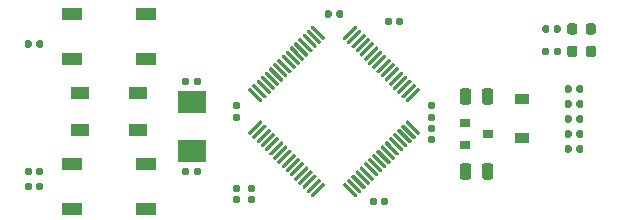
<source format=gbr>
%TF.GenerationSoftware,KiCad,Pcbnew,5.1.6+dfsg1-1*%
%TF.CreationDate,2020-08-04T18:23:15+08:00*%
%TF.ProjectId,stm32dev,73746d33-3264-4657-962e-6b696361645f,b*%
%TF.SameCoordinates,Original*%
%TF.FileFunction,Paste,Top*%
%TF.FilePolarity,Positive*%
%FSLAX46Y46*%
G04 Gerber Fmt 4.6, Leading zero omitted, Abs format (unit mm)*
G04 Created by KiCad (PCBNEW 5.1.6+dfsg1-1) date 2020-08-04 18:23:15*
%MOMM*%
%LPD*%
G01*
G04 APERTURE LIST*
%ADD10R,1.700000X1.000000*%
%ADD11R,1.200000X0.900000*%
%ADD12R,2.400000X1.900000*%
%ADD13R,0.900000X0.800000*%
%ADD14R,1.500000X1.000000*%
G04 APERTURE END LIST*
%TO.C,C9*%
G36*
G01*
X143337500Y-104965000D02*
X143682500Y-104965000D01*
G75*
G02*
X143830000Y-105112500I0J-147500D01*
G01*
X143830000Y-105407500D01*
G75*
G02*
X143682500Y-105555000I-147500J0D01*
G01*
X143337500Y-105555000D01*
G75*
G02*
X143190000Y-105407500I0J147500D01*
G01*
X143190000Y-105112500D01*
G75*
G02*
X143337500Y-104965000I147500J0D01*
G01*
G37*
G36*
G01*
X143337500Y-103995000D02*
X143682500Y-103995000D01*
G75*
G02*
X143830000Y-104142500I0J-147500D01*
G01*
X143830000Y-104437500D01*
G75*
G02*
X143682500Y-104585000I-147500J0D01*
G01*
X143337500Y-104585000D01*
G75*
G02*
X143190000Y-104437500I0J147500D01*
G01*
X143190000Y-104142500D01*
G75*
G02*
X143337500Y-103995000I147500J0D01*
G01*
G37*
%TD*%
D10*
%TO.C,SW2*%
X129565000Y-89540000D03*
X135865000Y-89540000D03*
X129565000Y-93340000D03*
X135865000Y-93340000D03*
%TD*%
%TO.C,SW1*%
X129565000Y-102240000D03*
X135865000Y-102240000D03*
X129565000Y-106040000D03*
X135865000Y-106040000D03*
%TD*%
%TO.C,R8*%
G36*
G01*
X172275000Y-96057500D02*
X172275000Y-95712500D01*
G75*
G02*
X172422500Y-95565000I147500J0D01*
G01*
X172717500Y-95565000D01*
G75*
G02*
X172865000Y-95712500I0J-147500D01*
G01*
X172865000Y-96057500D01*
G75*
G02*
X172717500Y-96205000I-147500J0D01*
G01*
X172422500Y-96205000D01*
G75*
G02*
X172275000Y-96057500I0J147500D01*
G01*
G37*
G36*
G01*
X171305000Y-96057500D02*
X171305000Y-95712500D01*
G75*
G02*
X171452500Y-95565000I147500J0D01*
G01*
X171747500Y-95565000D01*
G75*
G02*
X171895000Y-95712500I0J-147500D01*
G01*
X171895000Y-96057500D01*
G75*
G02*
X171747500Y-96205000I-147500J0D01*
G01*
X171452500Y-96205000D01*
G75*
G02*
X171305000Y-96057500I0J147500D01*
G01*
G37*
%TD*%
%TO.C,R9*%
G36*
G01*
X169990000Y-92537500D02*
X169990000Y-92882500D01*
G75*
G02*
X169842500Y-93030000I-147500J0D01*
G01*
X169547500Y-93030000D01*
G75*
G02*
X169400000Y-92882500I0J147500D01*
G01*
X169400000Y-92537500D01*
G75*
G02*
X169547500Y-92390000I147500J0D01*
G01*
X169842500Y-92390000D01*
G75*
G02*
X169990000Y-92537500I0J-147500D01*
G01*
G37*
G36*
G01*
X170960000Y-92537500D02*
X170960000Y-92882500D01*
G75*
G02*
X170812500Y-93030000I-147500J0D01*
G01*
X170517500Y-93030000D01*
G75*
G02*
X170370000Y-92882500I0J147500D01*
G01*
X170370000Y-92537500D01*
G75*
G02*
X170517500Y-92390000I147500J0D01*
G01*
X170812500Y-92390000D01*
G75*
G02*
X170960000Y-92537500I0J-147500D01*
G01*
G37*
%TD*%
%TO.C,R7*%
G36*
G01*
X172275000Y-101137500D02*
X172275000Y-100792500D01*
G75*
G02*
X172422500Y-100645000I147500J0D01*
G01*
X172717500Y-100645000D01*
G75*
G02*
X172865000Y-100792500I0J-147500D01*
G01*
X172865000Y-101137500D01*
G75*
G02*
X172717500Y-101285000I-147500J0D01*
G01*
X172422500Y-101285000D01*
G75*
G02*
X172275000Y-101137500I0J147500D01*
G01*
G37*
G36*
G01*
X171305000Y-101137500D02*
X171305000Y-100792500D01*
G75*
G02*
X171452500Y-100645000I147500J0D01*
G01*
X171747500Y-100645000D01*
G75*
G02*
X171895000Y-100792500I0J-147500D01*
G01*
X171895000Y-101137500D01*
G75*
G02*
X171747500Y-101285000I-147500J0D01*
G01*
X171452500Y-101285000D01*
G75*
G02*
X171305000Y-101137500I0J147500D01*
G01*
G37*
%TD*%
%TO.C,R6*%
G36*
G01*
X169990000Y-90632500D02*
X169990000Y-90977500D01*
G75*
G02*
X169842500Y-91125000I-147500J0D01*
G01*
X169547500Y-91125000D01*
G75*
G02*
X169400000Y-90977500I0J147500D01*
G01*
X169400000Y-90632500D01*
G75*
G02*
X169547500Y-90485000I147500J0D01*
G01*
X169842500Y-90485000D01*
G75*
G02*
X169990000Y-90632500I0J-147500D01*
G01*
G37*
G36*
G01*
X170960000Y-90632500D02*
X170960000Y-90977500D01*
G75*
G02*
X170812500Y-91125000I-147500J0D01*
G01*
X170517500Y-91125000D01*
G75*
G02*
X170370000Y-90977500I0J147500D01*
G01*
X170370000Y-90632500D01*
G75*
G02*
X170517500Y-90485000I147500J0D01*
G01*
X170812500Y-90485000D01*
G75*
G02*
X170960000Y-90632500I0J-147500D01*
G01*
G37*
%TD*%
%TO.C,R4*%
G36*
G01*
X172275000Y-99867500D02*
X172275000Y-99522500D01*
G75*
G02*
X172422500Y-99375000I147500J0D01*
G01*
X172717500Y-99375000D01*
G75*
G02*
X172865000Y-99522500I0J-147500D01*
G01*
X172865000Y-99867500D01*
G75*
G02*
X172717500Y-100015000I-147500J0D01*
G01*
X172422500Y-100015000D01*
G75*
G02*
X172275000Y-99867500I0J147500D01*
G01*
G37*
G36*
G01*
X171305000Y-99867500D02*
X171305000Y-99522500D01*
G75*
G02*
X171452500Y-99375000I147500J0D01*
G01*
X171747500Y-99375000D01*
G75*
G02*
X171895000Y-99522500I0J-147500D01*
G01*
X171895000Y-99867500D01*
G75*
G02*
X171747500Y-100015000I-147500J0D01*
G01*
X171452500Y-100015000D01*
G75*
G02*
X171305000Y-99867500I0J147500D01*
G01*
G37*
%TD*%
%TO.C,R3*%
G36*
G01*
X172275000Y-98597500D02*
X172275000Y-98252500D01*
G75*
G02*
X172422500Y-98105000I147500J0D01*
G01*
X172717500Y-98105000D01*
G75*
G02*
X172865000Y-98252500I0J-147500D01*
G01*
X172865000Y-98597500D01*
G75*
G02*
X172717500Y-98745000I-147500J0D01*
G01*
X172422500Y-98745000D01*
G75*
G02*
X172275000Y-98597500I0J147500D01*
G01*
G37*
G36*
G01*
X171305000Y-98597500D02*
X171305000Y-98252500D01*
G75*
G02*
X171452500Y-98105000I147500J0D01*
G01*
X171747500Y-98105000D01*
G75*
G02*
X171895000Y-98252500I0J-147500D01*
G01*
X171895000Y-98597500D01*
G75*
G02*
X171747500Y-98745000I-147500J0D01*
G01*
X171452500Y-98745000D01*
G75*
G02*
X171305000Y-98597500I0J147500D01*
G01*
G37*
%TD*%
%TO.C,R2*%
G36*
G01*
X172275000Y-97327500D02*
X172275000Y-96982500D01*
G75*
G02*
X172422500Y-96835000I147500J0D01*
G01*
X172717500Y-96835000D01*
G75*
G02*
X172865000Y-96982500I0J-147500D01*
G01*
X172865000Y-97327500D01*
G75*
G02*
X172717500Y-97475000I-147500J0D01*
G01*
X172422500Y-97475000D01*
G75*
G02*
X172275000Y-97327500I0J147500D01*
G01*
G37*
G36*
G01*
X171305000Y-97327500D02*
X171305000Y-96982500D01*
G75*
G02*
X171452500Y-96835000I147500J0D01*
G01*
X171747500Y-96835000D01*
G75*
G02*
X171895000Y-96982500I0J-147500D01*
G01*
X171895000Y-97327500D01*
G75*
G02*
X171747500Y-97475000I-147500J0D01*
G01*
X171452500Y-97475000D01*
G75*
G02*
X171305000Y-97327500I0J147500D01*
G01*
G37*
%TD*%
%TO.C,R5*%
G36*
G01*
X126175000Y-91902500D02*
X126175000Y-92247500D01*
G75*
G02*
X126027500Y-92395000I-147500J0D01*
G01*
X125732500Y-92395000D01*
G75*
G02*
X125585000Y-92247500I0J147500D01*
G01*
X125585000Y-91902500D01*
G75*
G02*
X125732500Y-91755000I147500J0D01*
G01*
X126027500Y-91755000D01*
G75*
G02*
X126175000Y-91902500I0J-147500D01*
G01*
G37*
G36*
G01*
X127145000Y-91902500D02*
X127145000Y-92247500D01*
G75*
G02*
X126997500Y-92395000I-147500J0D01*
G01*
X126702500Y-92395000D01*
G75*
G02*
X126555000Y-92247500I0J147500D01*
G01*
X126555000Y-91902500D01*
G75*
G02*
X126702500Y-91755000I147500J0D01*
G01*
X126997500Y-91755000D01*
G75*
G02*
X127145000Y-91902500I0J-147500D01*
G01*
G37*
%TD*%
%TO.C,R1*%
G36*
G01*
X126555000Y-104312500D02*
X126555000Y-103967500D01*
G75*
G02*
X126702500Y-103820000I147500J0D01*
G01*
X126997500Y-103820000D01*
G75*
G02*
X127145000Y-103967500I0J-147500D01*
G01*
X127145000Y-104312500D01*
G75*
G02*
X126997500Y-104460000I-147500J0D01*
G01*
X126702500Y-104460000D01*
G75*
G02*
X126555000Y-104312500I0J147500D01*
G01*
G37*
G36*
G01*
X125585000Y-104312500D02*
X125585000Y-103967500D01*
G75*
G02*
X125732500Y-103820000I147500J0D01*
G01*
X126027500Y-103820000D01*
G75*
G02*
X126175000Y-103967500I0J-147500D01*
G01*
X126175000Y-104312500D01*
G75*
G02*
X126027500Y-104460000I-147500J0D01*
G01*
X125732500Y-104460000D01*
G75*
G02*
X125585000Y-104312500I0J147500D01*
G01*
G37*
%TD*%
%TO.C,D4*%
G36*
G01*
X173070000Y-92966250D02*
X173070000Y-92453750D01*
G75*
G02*
X173288750Y-92235000I218750J0D01*
G01*
X173726250Y-92235000D01*
G75*
G02*
X173945000Y-92453750I0J-218750D01*
G01*
X173945000Y-92966250D01*
G75*
G02*
X173726250Y-93185000I-218750J0D01*
G01*
X173288750Y-93185000D01*
G75*
G02*
X173070000Y-92966250I0J218750D01*
G01*
G37*
G36*
G01*
X171495000Y-92966250D02*
X171495000Y-92453750D01*
G75*
G02*
X171713750Y-92235000I218750J0D01*
G01*
X172151250Y-92235000D01*
G75*
G02*
X172370000Y-92453750I0J-218750D01*
G01*
X172370000Y-92966250D01*
G75*
G02*
X172151250Y-93185000I-218750J0D01*
G01*
X171713750Y-93185000D01*
G75*
G02*
X171495000Y-92966250I0J218750D01*
G01*
G37*
%TD*%
D11*
%TO.C,D2*%
X167640000Y-100075000D03*
X167640000Y-96775000D03*
%TD*%
%TO.C,D3*%
G36*
G01*
X173070000Y-91061250D02*
X173070000Y-90548750D01*
G75*
G02*
X173288750Y-90330000I218750J0D01*
G01*
X173726250Y-90330000D01*
G75*
G02*
X173945000Y-90548750I0J-218750D01*
G01*
X173945000Y-91061250D01*
G75*
G02*
X173726250Y-91280000I-218750J0D01*
G01*
X173288750Y-91280000D01*
G75*
G02*
X173070000Y-91061250I0J218750D01*
G01*
G37*
G36*
G01*
X171495000Y-91061250D02*
X171495000Y-90548750D01*
G75*
G02*
X171713750Y-90330000I218750J0D01*
G01*
X172151250Y-90330000D01*
G75*
G02*
X172370000Y-90548750I0J-218750D01*
G01*
X172370000Y-91061250D01*
G75*
G02*
X172151250Y-91280000I-218750J0D01*
G01*
X171713750Y-91280000D01*
G75*
G02*
X171495000Y-91061250I0J218750D01*
G01*
G37*
%TD*%
%TO.C,C2*%
G36*
G01*
X126175000Y-102697500D02*
X126175000Y-103042500D01*
G75*
G02*
X126027500Y-103190000I-147500J0D01*
G01*
X125732500Y-103190000D01*
G75*
G02*
X125585000Y-103042500I0J147500D01*
G01*
X125585000Y-102697500D01*
G75*
G02*
X125732500Y-102550000I147500J0D01*
G01*
X126027500Y-102550000D01*
G75*
G02*
X126175000Y-102697500I0J-147500D01*
G01*
G37*
G36*
G01*
X127145000Y-102697500D02*
X127145000Y-103042500D01*
G75*
G02*
X126997500Y-103190000I-147500J0D01*
G01*
X126702500Y-103190000D01*
G75*
G02*
X126555000Y-103042500I0J147500D01*
G01*
X126555000Y-102697500D01*
G75*
G02*
X126702500Y-102550000I147500J0D01*
G01*
X126997500Y-102550000D01*
G75*
G02*
X127145000Y-102697500I0J-147500D01*
G01*
G37*
%TD*%
%TO.C,C4*%
G36*
G01*
X144607500Y-104965000D02*
X144952500Y-104965000D01*
G75*
G02*
X145100000Y-105112500I0J-147500D01*
G01*
X145100000Y-105407500D01*
G75*
G02*
X144952500Y-105555000I-147500J0D01*
G01*
X144607500Y-105555000D01*
G75*
G02*
X144460000Y-105407500I0J147500D01*
G01*
X144460000Y-105112500D01*
G75*
G02*
X144607500Y-104965000I147500J0D01*
G01*
G37*
G36*
G01*
X144607500Y-103995000D02*
X144952500Y-103995000D01*
G75*
G02*
X145100000Y-104142500I0J-147500D01*
G01*
X145100000Y-104437500D01*
G75*
G02*
X144952500Y-104585000I-147500J0D01*
G01*
X144607500Y-104585000D01*
G75*
G02*
X144460000Y-104437500I0J147500D01*
G01*
X144460000Y-104142500D01*
G75*
G02*
X144607500Y-103995000I147500J0D01*
G01*
G37*
%TD*%
D12*
%TO.C,Y1*%
X139700000Y-101110000D03*
X139700000Y-97010000D03*
%TD*%
D13*
%TO.C,U1*%
X164830000Y-99695000D03*
X162830000Y-100645000D03*
X162830000Y-98745000D03*
%TD*%
%TO.C,C13*%
G36*
G01*
X157035000Y-90342500D02*
X157035000Y-89997500D01*
G75*
G02*
X157182500Y-89850000I147500J0D01*
G01*
X157477500Y-89850000D01*
G75*
G02*
X157625000Y-89997500I0J-147500D01*
G01*
X157625000Y-90342500D01*
G75*
G02*
X157477500Y-90490000I-147500J0D01*
G01*
X157182500Y-90490000D01*
G75*
G02*
X157035000Y-90342500I0J147500D01*
G01*
G37*
G36*
G01*
X156065000Y-90342500D02*
X156065000Y-89997500D01*
G75*
G02*
X156212500Y-89850000I147500J0D01*
G01*
X156507500Y-89850000D01*
G75*
G02*
X156655000Y-89997500I0J-147500D01*
G01*
X156655000Y-90342500D01*
G75*
G02*
X156507500Y-90490000I-147500J0D01*
G01*
X156212500Y-90490000D01*
G75*
G02*
X156065000Y-90342500I0J147500D01*
G01*
G37*
%TD*%
%TO.C,C12*%
G36*
G01*
X160192500Y-99505000D02*
X159847500Y-99505000D01*
G75*
G02*
X159700000Y-99357500I0J147500D01*
G01*
X159700000Y-99062500D01*
G75*
G02*
X159847500Y-98915000I147500J0D01*
G01*
X160192500Y-98915000D01*
G75*
G02*
X160340000Y-99062500I0J-147500D01*
G01*
X160340000Y-99357500D01*
G75*
G02*
X160192500Y-99505000I-147500J0D01*
G01*
G37*
G36*
G01*
X160192500Y-100475000D02*
X159847500Y-100475000D01*
G75*
G02*
X159700000Y-100327500I0J147500D01*
G01*
X159700000Y-100032500D01*
G75*
G02*
X159847500Y-99885000I147500J0D01*
G01*
X160192500Y-99885000D01*
G75*
G02*
X160340000Y-100032500I0J-147500D01*
G01*
X160340000Y-100327500D01*
G75*
G02*
X160192500Y-100475000I-147500J0D01*
G01*
G37*
%TD*%
%TO.C,C11*%
G36*
G01*
X139510000Y-102697500D02*
X139510000Y-103042500D01*
G75*
G02*
X139362500Y-103190000I-147500J0D01*
G01*
X139067500Y-103190000D01*
G75*
G02*
X138920000Y-103042500I0J147500D01*
G01*
X138920000Y-102697500D01*
G75*
G02*
X139067500Y-102550000I147500J0D01*
G01*
X139362500Y-102550000D01*
G75*
G02*
X139510000Y-102697500I0J-147500D01*
G01*
G37*
G36*
G01*
X140480000Y-102697500D02*
X140480000Y-103042500D01*
G75*
G02*
X140332500Y-103190000I-147500J0D01*
G01*
X140037500Y-103190000D01*
G75*
G02*
X139890000Y-103042500I0J147500D01*
G01*
X139890000Y-102697500D01*
G75*
G02*
X140037500Y-102550000I147500J0D01*
G01*
X140332500Y-102550000D01*
G75*
G02*
X140480000Y-102697500I0J-147500D01*
G01*
G37*
%TD*%
%TO.C,C10*%
G36*
G01*
X139890000Y-95422500D02*
X139890000Y-95077500D01*
G75*
G02*
X140037500Y-94930000I147500J0D01*
G01*
X140332500Y-94930000D01*
G75*
G02*
X140480000Y-95077500I0J-147500D01*
G01*
X140480000Y-95422500D01*
G75*
G02*
X140332500Y-95570000I-147500J0D01*
G01*
X140037500Y-95570000D01*
G75*
G02*
X139890000Y-95422500I0J147500D01*
G01*
G37*
G36*
G01*
X138920000Y-95422500D02*
X138920000Y-95077500D01*
G75*
G02*
X139067500Y-94930000I147500J0D01*
G01*
X139362500Y-94930000D01*
G75*
G02*
X139510000Y-95077500I0J-147500D01*
G01*
X139510000Y-95422500D01*
G75*
G02*
X139362500Y-95570000I-147500J0D01*
G01*
X139067500Y-95570000D01*
G75*
G02*
X138920000Y-95422500I0J147500D01*
G01*
G37*
%TD*%
%TO.C,C8*%
G36*
G01*
X155765000Y-105582500D02*
X155765000Y-105237500D01*
G75*
G02*
X155912500Y-105090000I147500J0D01*
G01*
X156207500Y-105090000D01*
G75*
G02*
X156355000Y-105237500I0J-147500D01*
G01*
X156355000Y-105582500D01*
G75*
G02*
X156207500Y-105730000I-147500J0D01*
G01*
X155912500Y-105730000D01*
G75*
G02*
X155765000Y-105582500I0J147500D01*
G01*
G37*
G36*
G01*
X154795000Y-105582500D02*
X154795000Y-105237500D01*
G75*
G02*
X154942500Y-105090000I147500J0D01*
G01*
X155237500Y-105090000D01*
G75*
G02*
X155385000Y-105237500I0J-147500D01*
G01*
X155385000Y-105582500D01*
G75*
G02*
X155237500Y-105730000I-147500J0D01*
G01*
X154942500Y-105730000D01*
G75*
G02*
X154795000Y-105582500I0J147500D01*
G01*
G37*
%TD*%
%TO.C,C7*%
G36*
G01*
X143337500Y-97980000D02*
X143682500Y-97980000D01*
G75*
G02*
X143830000Y-98127500I0J-147500D01*
G01*
X143830000Y-98422500D01*
G75*
G02*
X143682500Y-98570000I-147500J0D01*
G01*
X143337500Y-98570000D01*
G75*
G02*
X143190000Y-98422500I0J147500D01*
G01*
X143190000Y-98127500D01*
G75*
G02*
X143337500Y-97980000I147500J0D01*
G01*
G37*
G36*
G01*
X143337500Y-97010000D02*
X143682500Y-97010000D01*
G75*
G02*
X143830000Y-97157500I0J-147500D01*
G01*
X143830000Y-97452500D01*
G75*
G02*
X143682500Y-97600000I-147500J0D01*
G01*
X143337500Y-97600000D01*
G75*
G02*
X143190000Y-97452500I0J147500D01*
G01*
X143190000Y-97157500D01*
G75*
G02*
X143337500Y-97010000I147500J0D01*
G01*
G37*
%TD*%
%TO.C,C6*%
G36*
G01*
X151575000Y-89362500D02*
X151575000Y-89707500D01*
G75*
G02*
X151427500Y-89855000I-147500J0D01*
G01*
X151132500Y-89855000D01*
G75*
G02*
X150985000Y-89707500I0J147500D01*
G01*
X150985000Y-89362500D01*
G75*
G02*
X151132500Y-89215000I147500J0D01*
G01*
X151427500Y-89215000D01*
G75*
G02*
X151575000Y-89362500I0J-147500D01*
G01*
G37*
G36*
G01*
X152545000Y-89362500D02*
X152545000Y-89707500D01*
G75*
G02*
X152397500Y-89855000I-147500J0D01*
G01*
X152102500Y-89855000D01*
G75*
G02*
X151955000Y-89707500I0J147500D01*
G01*
X151955000Y-89362500D01*
G75*
G02*
X152102500Y-89215000I147500J0D01*
G01*
X152397500Y-89215000D01*
G75*
G02*
X152545000Y-89362500I0J-147500D01*
G01*
G37*
%TD*%
D14*
%TO.C,D1*%
X130265000Y-96190000D03*
X130265000Y-99390000D03*
X135165000Y-96190000D03*
X135165000Y-99390000D03*
%TD*%
%TO.C,C5*%
G36*
G01*
X160192500Y-97600000D02*
X159847500Y-97600000D01*
G75*
G02*
X159700000Y-97452500I0J147500D01*
G01*
X159700000Y-97157500D01*
G75*
G02*
X159847500Y-97010000I147500J0D01*
G01*
X160192500Y-97010000D01*
G75*
G02*
X160340000Y-97157500I0J-147500D01*
G01*
X160340000Y-97452500D01*
G75*
G02*
X160192500Y-97600000I-147500J0D01*
G01*
G37*
G36*
G01*
X160192500Y-98570000D02*
X159847500Y-98570000D01*
G75*
G02*
X159700000Y-98422500I0J147500D01*
G01*
X159700000Y-98127500D01*
G75*
G02*
X159847500Y-97980000I147500J0D01*
G01*
X160192500Y-97980000D01*
G75*
G02*
X160340000Y-98127500I0J-147500D01*
G01*
X160340000Y-98422500D01*
G75*
G02*
X160192500Y-98570000I-147500J0D01*
G01*
G37*
%TD*%
%TO.C,C3*%
G36*
G01*
X164280000Y-103326250D02*
X164280000Y-102413750D01*
G75*
G02*
X164523750Y-102170000I243750J0D01*
G01*
X165011250Y-102170000D01*
G75*
G02*
X165255000Y-102413750I0J-243750D01*
G01*
X165255000Y-103326250D01*
G75*
G02*
X165011250Y-103570000I-243750J0D01*
G01*
X164523750Y-103570000D01*
G75*
G02*
X164280000Y-103326250I0J243750D01*
G01*
G37*
G36*
G01*
X162405000Y-103326250D02*
X162405000Y-102413750D01*
G75*
G02*
X162648750Y-102170000I243750J0D01*
G01*
X163136250Y-102170000D01*
G75*
G02*
X163380000Y-102413750I0J-243750D01*
G01*
X163380000Y-103326250D01*
G75*
G02*
X163136250Y-103570000I-243750J0D01*
G01*
X162648750Y-103570000D01*
G75*
G02*
X162405000Y-103326250I0J243750D01*
G01*
G37*
%TD*%
%TO.C,C1*%
G36*
G01*
X163380000Y-96063750D02*
X163380000Y-96976250D01*
G75*
G02*
X163136250Y-97220000I-243750J0D01*
G01*
X162648750Y-97220000D01*
G75*
G02*
X162405000Y-96976250I0J243750D01*
G01*
X162405000Y-96063750D01*
G75*
G02*
X162648750Y-95820000I243750J0D01*
G01*
X163136250Y-95820000D01*
G75*
G02*
X163380000Y-96063750I0J-243750D01*
G01*
G37*
G36*
G01*
X165255000Y-96063750D02*
X165255000Y-96976250D01*
G75*
G02*
X165011250Y-97220000I-243750J0D01*
G01*
X164523750Y-97220000D01*
G75*
G02*
X164280000Y-96976250I0J243750D01*
G01*
X164280000Y-96063750D01*
G75*
G02*
X164523750Y-95820000I243750J0D01*
G01*
X165011250Y-95820000D01*
G75*
G02*
X165255000Y-96063750I0J-243750D01*
G01*
G37*
%TD*%
%TO.C,U2*%
G36*
G01*
X145489428Y-97029860D02*
X144499478Y-96039910D01*
G75*
G02*
X144499478Y-95933844I53033J53033D01*
G01*
X144605544Y-95827778D01*
G75*
G02*
X144711610Y-95827778I53033J-53033D01*
G01*
X145701560Y-96817728D01*
G75*
G02*
X145701560Y-96923794I-53033J-53033D01*
G01*
X145595494Y-97029860D01*
G75*
G02*
X145489428Y-97029860I-53033J53033D01*
G01*
G37*
G36*
G01*
X145842981Y-96676307D02*
X144853031Y-95686357D01*
G75*
G02*
X144853031Y-95580291I53033J53033D01*
G01*
X144959097Y-95474225D01*
G75*
G02*
X145065163Y-95474225I53033J-53033D01*
G01*
X146055113Y-96464175D01*
G75*
G02*
X146055113Y-96570241I-53033J-53033D01*
G01*
X145949047Y-96676307D01*
G75*
G02*
X145842981Y-96676307I-53033J53033D01*
G01*
G37*
G36*
G01*
X146196534Y-96322754D02*
X145206584Y-95332804D01*
G75*
G02*
X145206584Y-95226738I53033J53033D01*
G01*
X145312650Y-95120672D01*
G75*
G02*
X145418716Y-95120672I53033J-53033D01*
G01*
X146408666Y-96110622D01*
G75*
G02*
X146408666Y-96216688I-53033J-53033D01*
G01*
X146302600Y-96322754D01*
G75*
G02*
X146196534Y-96322754I-53033J53033D01*
G01*
G37*
G36*
G01*
X146550088Y-95969200D02*
X145560138Y-94979250D01*
G75*
G02*
X145560138Y-94873184I53033J53033D01*
G01*
X145666204Y-94767118D01*
G75*
G02*
X145772270Y-94767118I53033J-53033D01*
G01*
X146762220Y-95757068D01*
G75*
G02*
X146762220Y-95863134I-53033J-53033D01*
G01*
X146656154Y-95969200D01*
G75*
G02*
X146550088Y-95969200I-53033J53033D01*
G01*
G37*
G36*
G01*
X146903641Y-95615647D02*
X145913691Y-94625697D01*
G75*
G02*
X145913691Y-94519631I53033J53033D01*
G01*
X146019757Y-94413565D01*
G75*
G02*
X146125823Y-94413565I53033J-53033D01*
G01*
X147115773Y-95403515D01*
G75*
G02*
X147115773Y-95509581I-53033J-53033D01*
G01*
X147009707Y-95615647D01*
G75*
G02*
X146903641Y-95615647I-53033J53033D01*
G01*
G37*
G36*
G01*
X147257195Y-95262093D02*
X146267245Y-94272143D01*
G75*
G02*
X146267245Y-94166077I53033J53033D01*
G01*
X146373311Y-94060011D01*
G75*
G02*
X146479377Y-94060011I53033J-53033D01*
G01*
X147469327Y-95049961D01*
G75*
G02*
X147469327Y-95156027I-53033J-53033D01*
G01*
X147363261Y-95262093D01*
G75*
G02*
X147257195Y-95262093I-53033J53033D01*
G01*
G37*
G36*
G01*
X147610748Y-94908540D02*
X146620798Y-93918590D01*
G75*
G02*
X146620798Y-93812524I53033J53033D01*
G01*
X146726864Y-93706458D01*
G75*
G02*
X146832930Y-93706458I53033J-53033D01*
G01*
X147822880Y-94696408D01*
G75*
G02*
X147822880Y-94802474I-53033J-53033D01*
G01*
X147716814Y-94908540D01*
G75*
G02*
X147610748Y-94908540I-53033J53033D01*
G01*
G37*
G36*
G01*
X147964301Y-94554987D02*
X146974351Y-93565037D01*
G75*
G02*
X146974351Y-93458971I53033J53033D01*
G01*
X147080417Y-93352905D01*
G75*
G02*
X147186483Y-93352905I53033J-53033D01*
G01*
X148176433Y-94342855D01*
G75*
G02*
X148176433Y-94448921I-53033J-53033D01*
G01*
X148070367Y-94554987D01*
G75*
G02*
X147964301Y-94554987I-53033J53033D01*
G01*
G37*
G36*
G01*
X148317855Y-94201433D02*
X147327905Y-93211483D01*
G75*
G02*
X147327905Y-93105417I53033J53033D01*
G01*
X147433971Y-92999351D01*
G75*
G02*
X147540037Y-92999351I53033J-53033D01*
G01*
X148529987Y-93989301D01*
G75*
G02*
X148529987Y-94095367I-53033J-53033D01*
G01*
X148423921Y-94201433D01*
G75*
G02*
X148317855Y-94201433I-53033J53033D01*
G01*
G37*
G36*
G01*
X148671408Y-93847880D02*
X147681458Y-92857930D01*
G75*
G02*
X147681458Y-92751864I53033J53033D01*
G01*
X147787524Y-92645798D01*
G75*
G02*
X147893590Y-92645798I53033J-53033D01*
G01*
X148883540Y-93635748D01*
G75*
G02*
X148883540Y-93741814I-53033J-53033D01*
G01*
X148777474Y-93847880D01*
G75*
G02*
X148671408Y-93847880I-53033J53033D01*
G01*
G37*
G36*
G01*
X149024961Y-93494327D02*
X148035011Y-92504377D01*
G75*
G02*
X148035011Y-92398311I53033J53033D01*
G01*
X148141077Y-92292245D01*
G75*
G02*
X148247143Y-92292245I53033J-53033D01*
G01*
X149237093Y-93282195D01*
G75*
G02*
X149237093Y-93388261I-53033J-53033D01*
G01*
X149131027Y-93494327D01*
G75*
G02*
X149024961Y-93494327I-53033J53033D01*
G01*
G37*
G36*
G01*
X149378515Y-93140773D02*
X148388565Y-92150823D01*
G75*
G02*
X148388565Y-92044757I53033J53033D01*
G01*
X148494631Y-91938691D01*
G75*
G02*
X148600697Y-91938691I53033J-53033D01*
G01*
X149590647Y-92928641D01*
G75*
G02*
X149590647Y-93034707I-53033J-53033D01*
G01*
X149484581Y-93140773D01*
G75*
G02*
X149378515Y-93140773I-53033J53033D01*
G01*
G37*
G36*
G01*
X149732068Y-92787220D02*
X148742118Y-91797270D01*
G75*
G02*
X148742118Y-91691204I53033J53033D01*
G01*
X148848184Y-91585138D01*
G75*
G02*
X148954250Y-91585138I53033J-53033D01*
G01*
X149944200Y-92575088D01*
G75*
G02*
X149944200Y-92681154I-53033J-53033D01*
G01*
X149838134Y-92787220D01*
G75*
G02*
X149732068Y-92787220I-53033J53033D01*
G01*
G37*
G36*
G01*
X150085622Y-92433666D02*
X149095672Y-91443716D01*
G75*
G02*
X149095672Y-91337650I53033J53033D01*
G01*
X149201738Y-91231584D01*
G75*
G02*
X149307804Y-91231584I53033J-53033D01*
G01*
X150297754Y-92221534D01*
G75*
G02*
X150297754Y-92327600I-53033J-53033D01*
G01*
X150191688Y-92433666D01*
G75*
G02*
X150085622Y-92433666I-53033J53033D01*
G01*
G37*
G36*
G01*
X150439175Y-92080113D02*
X149449225Y-91090163D01*
G75*
G02*
X149449225Y-90984097I53033J53033D01*
G01*
X149555291Y-90878031D01*
G75*
G02*
X149661357Y-90878031I53033J-53033D01*
G01*
X150651307Y-91867981D01*
G75*
G02*
X150651307Y-91974047I-53033J-53033D01*
G01*
X150545241Y-92080113D01*
G75*
G02*
X150439175Y-92080113I-53033J53033D01*
G01*
G37*
G36*
G01*
X150792728Y-91726560D02*
X149802778Y-90736610D01*
G75*
G02*
X149802778Y-90630544I53033J53033D01*
G01*
X149908844Y-90524478D01*
G75*
G02*
X150014910Y-90524478I53033J-53033D01*
G01*
X151004860Y-91514428D01*
G75*
G02*
X151004860Y-91620494I-53033J-53033D01*
G01*
X150898794Y-91726560D01*
G75*
G02*
X150792728Y-91726560I-53033J53033D01*
G01*
G37*
G36*
G01*
X152631206Y-91726560D02*
X152525140Y-91620494D01*
G75*
G02*
X152525140Y-91514428I53033J53033D01*
G01*
X153515090Y-90524478D01*
G75*
G02*
X153621156Y-90524478I53033J-53033D01*
G01*
X153727222Y-90630544D01*
G75*
G02*
X153727222Y-90736610I-53033J-53033D01*
G01*
X152737272Y-91726560D01*
G75*
G02*
X152631206Y-91726560I-53033J53033D01*
G01*
G37*
G36*
G01*
X152984759Y-92080113D02*
X152878693Y-91974047D01*
G75*
G02*
X152878693Y-91867981I53033J53033D01*
G01*
X153868643Y-90878031D01*
G75*
G02*
X153974709Y-90878031I53033J-53033D01*
G01*
X154080775Y-90984097D01*
G75*
G02*
X154080775Y-91090163I-53033J-53033D01*
G01*
X153090825Y-92080113D01*
G75*
G02*
X152984759Y-92080113I-53033J53033D01*
G01*
G37*
G36*
G01*
X153338312Y-92433666D02*
X153232246Y-92327600D01*
G75*
G02*
X153232246Y-92221534I53033J53033D01*
G01*
X154222196Y-91231584D01*
G75*
G02*
X154328262Y-91231584I53033J-53033D01*
G01*
X154434328Y-91337650D01*
G75*
G02*
X154434328Y-91443716I-53033J-53033D01*
G01*
X153444378Y-92433666D01*
G75*
G02*
X153338312Y-92433666I-53033J53033D01*
G01*
G37*
G36*
G01*
X153691866Y-92787220D02*
X153585800Y-92681154D01*
G75*
G02*
X153585800Y-92575088I53033J53033D01*
G01*
X154575750Y-91585138D01*
G75*
G02*
X154681816Y-91585138I53033J-53033D01*
G01*
X154787882Y-91691204D01*
G75*
G02*
X154787882Y-91797270I-53033J-53033D01*
G01*
X153797932Y-92787220D01*
G75*
G02*
X153691866Y-92787220I-53033J53033D01*
G01*
G37*
G36*
G01*
X154045419Y-93140773D02*
X153939353Y-93034707D01*
G75*
G02*
X153939353Y-92928641I53033J53033D01*
G01*
X154929303Y-91938691D01*
G75*
G02*
X155035369Y-91938691I53033J-53033D01*
G01*
X155141435Y-92044757D01*
G75*
G02*
X155141435Y-92150823I-53033J-53033D01*
G01*
X154151485Y-93140773D01*
G75*
G02*
X154045419Y-93140773I-53033J53033D01*
G01*
G37*
G36*
G01*
X154398973Y-93494327D02*
X154292907Y-93388261D01*
G75*
G02*
X154292907Y-93282195I53033J53033D01*
G01*
X155282857Y-92292245D01*
G75*
G02*
X155388923Y-92292245I53033J-53033D01*
G01*
X155494989Y-92398311D01*
G75*
G02*
X155494989Y-92504377I-53033J-53033D01*
G01*
X154505039Y-93494327D01*
G75*
G02*
X154398973Y-93494327I-53033J53033D01*
G01*
G37*
G36*
G01*
X154752526Y-93847880D02*
X154646460Y-93741814D01*
G75*
G02*
X154646460Y-93635748I53033J53033D01*
G01*
X155636410Y-92645798D01*
G75*
G02*
X155742476Y-92645798I53033J-53033D01*
G01*
X155848542Y-92751864D01*
G75*
G02*
X155848542Y-92857930I-53033J-53033D01*
G01*
X154858592Y-93847880D01*
G75*
G02*
X154752526Y-93847880I-53033J53033D01*
G01*
G37*
G36*
G01*
X155106079Y-94201433D02*
X155000013Y-94095367D01*
G75*
G02*
X155000013Y-93989301I53033J53033D01*
G01*
X155989963Y-92999351D01*
G75*
G02*
X156096029Y-92999351I53033J-53033D01*
G01*
X156202095Y-93105417D01*
G75*
G02*
X156202095Y-93211483I-53033J-53033D01*
G01*
X155212145Y-94201433D01*
G75*
G02*
X155106079Y-94201433I-53033J53033D01*
G01*
G37*
G36*
G01*
X155459633Y-94554987D02*
X155353567Y-94448921D01*
G75*
G02*
X155353567Y-94342855I53033J53033D01*
G01*
X156343517Y-93352905D01*
G75*
G02*
X156449583Y-93352905I53033J-53033D01*
G01*
X156555649Y-93458971D01*
G75*
G02*
X156555649Y-93565037I-53033J-53033D01*
G01*
X155565699Y-94554987D01*
G75*
G02*
X155459633Y-94554987I-53033J53033D01*
G01*
G37*
G36*
G01*
X155813186Y-94908540D02*
X155707120Y-94802474D01*
G75*
G02*
X155707120Y-94696408I53033J53033D01*
G01*
X156697070Y-93706458D01*
G75*
G02*
X156803136Y-93706458I53033J-53033D01*
G01*
X156909202Y-93812524D01*
G75*
G02*
X156909202Y-93918590I-53033J-53033D01*
G01*
X155919252Y-94908540D01*
G75*
G02*
X155813186Y-94908540I-53033J53033D01*
G01*
G37*
G36*
G01*
X156166739Y-95262093D02*
X156060673Y-95156027D01*
G75*
G02*
X156060673Y-95049961I53033J53033D01*
G01*
X157050623Y-94060011D01*
G75*
G02*
X157156689Y-94060011I53033J-53033D01*
G01*
X157262755Y-94166077D01*
G75*
G02*
X157262755Y-94272143I-53033J-53033D01*
G01*
X156272805Y-95262093D01*
G75*
G02*
X156166739Y-95262093I-53033J53033D01*
G01*
G37*
G36*
G01*
X156520293Y-95615647D02*
X156414227Y-95509581D01*
G75*
G02*
X156414227Y-95403515I53033J53033D01*
G01*
X157404177Y-94413565D01*
G75*
G02*
X157510243Y-94413565I53033J-53033D01*
G01*
X157616309Y-94519631D01*
G75*
G02*
X157616309Y-94625697I-53033J-53033D01*
G01*
X156626359Y-95615647D01*
G75*
G02*
X156520293Y-95615647I-53033J53033D01*
G01*
G37*
G36*
G01*
X156873846Y-95969200D02*
X156767780Y-95863134D01*
G75*
G02*
X156767780Y-95757068I53033J53033D01*
G01*
X157757730Y-94767118D01*
G75*
G02*
X157863796Y-94767118I53033J-53033D01*
G01*
X157969862Y-94873184D01*
G75*
G02*
X157969862Y-94979250I-53033J-53033D01*
G01*
X156979912Y-95969200D01*
G75*
G02*
X156873846Y-95969200I-53033J53033D01*
G01*
G37*
G36*
G01*
X157227400Y-96322754D02*
X157121334Y-96216688D01*
G75*
G02*
X157121334Y-96110622I53033J53033D01*
G01*
X158111284Y-95120672D01*
G75*
G02*
X158217350Y-95120672I53033J-53033D01*
G01*
X158323416Y-95226738D01*
G75*
G02*
X158323416Y-95332804I-53033J-53033D01*
G01*
X157333466Y-96322754D01*
G75*
G02*
X157227400Y-96322754I-53033J53033D01*
G01*
G37*
G36*
G01*
X157580953Y-96676307D02*
X157474887Y-96570241D01*
G75*
G02*
X157474887Y-96464175I53033J53033D01*
G01*
X158464837Y-95474225D01*
G75*
G02*
X158570903Y-95474225I53033J-53033D01*
G01*
X158676969Y-95580291D01*
G75*
G02*
X158676969Y-95686357I-53033J-53033D01*
G01*
X157687019Y-96676307D01*
G75*
G02*
X157580953Y-96676307I-53033J53033D01*
G01*
G37*
G36*
G01*
X157934506Y-97029860D02*
X157828440Y-96923794D01*
G75*
G02*
X157828440Y-96817728I53033J53033D01*
G01*
X158818390Y-95827778D01*
G75*
G02*
X158924456Y-95827778I53033J-53033D01*
G01*
X159030522Y-95933844D01*
G75*
G02*
X159030522Y-96039910I-53033J-53033D01*
G01*
X158040572Y-97029860D01*
G75*
G02*
X157934506Y-97029860I-53033J53033D01*
G01*
G37*
G36*
G01*
X158818390Y-99752222D02*
X157828440Y-98762272D01*
G75*
G02*
X157828440Y-98656206I53033J53033D01*
G01*
X157934506Y-98550140D01*
G75*
G02*
X158040572Y-98550140I53033J-53033D01*
G01*
X159030522Y-99540090D01*
G75*
G02*
X159030522Y-99646156I-53033J-53033D01*
G01*
X158924456Y-99752222D01*
G75*
G02*
X158818390Y-99752222I-53033J53033D01*
G01*
G37*
G36*
G01*
X158464837Y-100105775D02*
X157474887Y-99115825D01*
G75*
G02*
X157474887Y-99009759I53033J53033D01*
G01*
X157580953Y-98903693D01*
G75*
G02*
X157687019Y-98903693I53033J-53033D01*
G01*
X158676969Y-99893643D01*
G75*
G02*
X158676969Y-99999709I-53033J-53033D01*
G01*
X158570903Y-100105775D01*
G75*
G02*
X158464837Y-100105775I-53033J53033D01*
G01*
G37*
G36*
G01*
X158111284Y-100459328D02*
X157121334Y-99469378D01*
G75*
G02*
X157121334Y-99363312I53033J53033D01*
G01*
X157227400Y-99257246D01*
G75*
G02*
X157333466Y-99257246I53033J-53033D01*
G01*
X158323416Y-100247196D01*
G75*
G02*
X158323416Y-100353262I-53033J-53033D01*
G01*
X158217350Y-100459328D01*
G75*
G02*
X158111284Y-100459328I-53033J53033D01*
G01*
G37*
G36*
G01*
X157757730Y-100812882D02*
X156767780Y-99822932D01*
G75*
G02*
X156767780Y-99716866I53033J53033D01*
G01*
X156873846Y-99610800D01*
G75*
G02*
X156979912Y-99610800I53033J-53033D01*
G01*
X157969862Y-100600750D01*
G75*
G02*
X157969862Y-100706816I-53033J-53033D01*
G01*
X157863796Y-100812882D01*
G75*
G02*
X157757730Y-100812882I-53033J53033D01*
G01*
G37*
G36*
G01*
X157404177Y-101166435D02*
X156414227Y-100176485D01*
G75*
G02*
X156414227Y-100070419I53033J53033D01*
G01*
X156520293Y-99964353D01*
G75*
G02*
X156626359Y-99964353I53033J-53033D01*
G01*
X157616309Y-100954303D01*
G75*
G02*
X157616309Y-101060369I-53033J-53033D01*
G01*
X157510243Y-101166435D01*
G75*
G02*
X157404177Y-101166435I-53033J53033D01*
G01*
G37*
G36*
G01*
X157050623Y-101519989D02*
X156060673Y-100530039D01*
G75*
G02*
X156060673Y-100423973I53033J53033D01*
G01*
X156166739Y-100317907D01*
G75*
G02*
X156272805Y-100317907I53033J-53033D01*
G01*
X157262755Y-101307857D01*
G75*
G02*
X157262755Y-101413923I-53033J-53033D01*
G01*
X157156689Y-101519989D01*
G75*
G02*
X157050623Y-101519989I-53033J53033D01*
G01*
G37*
G36*
G01*
X156697070Y-101873542D02*
X155707120Y-100883592D01*
G75*
G02*
X155707120Y-100777526I53033J53033D01*
G01*
X155813186Y-100671460D01*
G75*
G02*
X155919252Y-100671460I53033J-53033D01*
G01*
X156909202Y-101661410D01*
G75*
G02*
X156909202Y-101767476I-53033J-53033D01*
G01*
X156803136Y-101873542D01*
G75*
G02*
X156697070Y-101873542I-53033J53033D01*
G01*
G37*
G36*
G01*
X156343517Y-102227095D02*
X155353567Y-101237145D01*
G75*
G02*
X155353567Y-101131079I53033J53033D01*
G01*
X155459633Y-101025013D01*
G75*
G02*
X155565699Y-101025013I53033J-53033D01*
G01*
X156555649Y-102014963D01*
G75*
G02*
X156555649Y-102121029I-53033J-53033D01*
G01*
X156449583Y-102227095D01*
G75*
G02*
X156343517Y-102227095I-53033J53033D01*
G01*
G37*
G36*
G01*
X155989963Y-102580649D02*
X155000013Y-101590699D01*
G75*
G02*
X155000013Y-101484633I53033J53033D01*
G01*
X155106079Y-101378567D01*
G75*
G02*
X155212145Y-101378567I53033J-53033D01*
G01*
X156202095Y-102368517D01*
G75*
G02*
X156202095Y-102474583I-53033J-53033D01*
G01*
X156096029Y-102580649D01*
G75*
G02*
X155989963Y-102580649I-53033J53033D01*
G01*
G37*
G36*
G01*
X155636410Y-102934202D02*
X154646460Y-101944252D01*
G75*
G02*
X154646460Y-101838186I53033J53033D01*
G01*
X154752526Y-101732120D01*
G75*
G02*
X154858592Y-101732120I53033J-53033D01*
G01*
X155848542Y-102722070D01*
G75*
G02*
X155848542Y-102828136I-53033J-53033D01*
G01*
X155742476Y-102934202D01*
G75*
G02*
X155636410Y-102934202I-53033J53033D01*
G01*
G37*
G36*
G01*
X155282857Y-103287755D02*
X154292907Y-102297805D01*
G75*
G02*
X154292907Y-102191739I53033J53033D01*
G01*
X154398973Y-102085673D01*
G75*
G02*
X154505039Y-102085673I53033J-53033D01*
G01*
X155494989Y-103075623D01*
G75*
G02*
X155494989Y-103181689I-53033J-53033D01*
G01*
X155388923Y-103287755D01*
G75*
G02*
X155282857Y-103287755I-53033J53033D01*
G01*
G37*
G36*
G01*
X154929303Y-103641309D02*
X153939353Y-102651359D01*
G75*
G02*
X153939353Y-102545293I53033J53033D01*
G01*
X154045419Y-102439227D01*
G75*
G02*
X154151485Y-102439227I53033J-53033D01*
G01*
X155141435Y-103429177D01*
G75*
G02*
X155141435Y-103535243I-53033J-53033D01*
G01*
X155035369Y-103641309D01*
G75*
G02*
X154929303Y-103641309I-53033J53033D01*
G01*
G37*
G36*
G01*
X154575750Y-103994862D02*
X153585800Y-103004912D01*
G75*
G02*
X153585800Y-102898846I53033J53033D01*
G01*
X153691866Y-102792780D01*
G75*
G02*
X153797932Y-102792780I53033J-53033D01*
G01*
X154787882Y-103782730D01*
G75*
G02*
X154787882Y-103888796I-53033J-53033D01*
G01*
X154681816Y-103994862D01*
G75*
G02*
X154575750Y-103994862I-53033J53033D01*
G01*
G37*
G36*
G01*
X154222196Y-104348416D02*
X153232246Y-103358466D01*
G75*
G02*
X153232246Y-103252400I53033J53033D01*
G01*
X153338312Y-103146334D01*
G75*
G02*
X153444378Y-103146334I53033J-53033D01*
G01*
X154434328Y-104136284D01*
G75*
G02*
X154434328Y-104242350I-53033J-53033D01*
G01*
X154328262Y-104348416D01*
G75*
G02*
X154222196Y-104348416I-53033J53033D01*
G01*
G37*
G36*
G01*
X153868643Y-104701969D02*
X152878693Y-103712019D01*
G75*
G02*
X152878693Y-103605953I53033J53033D01*
G01*
X152984759Y-103499887D01*
G75*
G02*
X153090825Y-103499887I53033J-53033D01*
G01*
X154080775Y-104489837D01*
G75*
G02*
X154080775Y-104595903I-53033J-53033D01*
G01*
X153974709Y-104701969D01*
G75*
G02*
X153868643Y-104701969I-53033J53033D01*
G01*
G37*
G36*
G01*
X153515090Y-105055522D02*
X152525140Y-104065572D01*
G75*
G02*
X152525140Y-103959506I53033J53033D01*
G01*
X152631206Y-103853440D01*
G75*
G02*
X152737272Y-103853440I53033J-53033D01*
G01*
X153727222Y-104843390D01*
G75*
G02*
X153727222Y-104949456I-53033J-53033D01*
G01*
X153621156Y-105055522D01*
G75*
G02*
X153515090Y-105055522I-53033J53033D01*
G01*
G37*
G36*
G01*
X149908844Y-105055522D02*
X149802778Y-104949456D01*
G75*
G02*
X149802778Y-104843390I53033J53033D01*
G01*
X150792728Y-103853440D01*
G75*
G02*
X150898794Y-103853440I53033J-53033D01*
G01*
X151004860Y-103959506D01*
G75*
G02*
X151004860Y-104065572I-53033J-53033D01*
G01*
X150014910Y-105055522D01*
G75*
G02*
X149908844Y-105055522I-53033J53033D01*
G01*
G37*
G36*
G01*
X149555291Y-104701969D02*
X149449225Y-104595903D01*
G75*
G02*
X149449225Y-104489837I53033J53033D01*
G01*
X150439175Y-103499887D01*
G75*
G02*
X150545241Y-103499887I53033J-53033D01*
G01*
X150651307Y-103605953D01*
G75*
G02*
X150651307Y-103712019I-53033J-53033D01*
G01*
X149661357Y-104701969D01*
G75*
G02*
X149555291Y-104701969I-53033J53033D01*
G01*
G37*
G36*
G01*
X149201738Y-104348416D02*
X149095672Y-104242350D01*
G75*
G02*
X149095672Y-104136284I53033J53033D01*
G01*
X150085622Y-103146334D01*
G75*
G02*
X150191688Y-103146334I53033J-53033D01*
G01*
X150297754Y-103252400D01*
G75*
G02*
X150297754Y-103358466I-53033J-53033D01*
G01*
X149307804Y-104348416D01*
G75*
G02*
X149201738Y-104348416I-53033J53033D01*
G01*
G37*
G36*
G01*
X148848184Y-103994862D02*
X148742118Y-103888796D01*
G75*
G02*
X148742118Y-103782730I53033J53033D01*
G01*
X149732068Y-102792780D01*
G75*
G02*
X149838134Y-102792780I53033J-53033D01*
G01*
X149944200Y-102898846D01*
G75*
G02*
X149944200Y-103004912I-53033J-53033D01*
G01*
X148954250Y-103994862D01*
G75*
G02*
X148848184Y-103994862I-53033J53033D01*
G01*
G37*
G36*
G01*
X148494631Y-103641309D02*
X148388565Y-103535243D01*
G75*
G02*
X148388565Y-103429177I53033J53033D01*
G01*
X149378515Y-102439227D01*
G75*
G02*
X149484581Y-102439227I53033J-53033D01*
G01*
X149590647Y-102545293D01*
G75*
G02*
X149590647Y-102651359I-53033J-53033D01*
G01*
X148600697Y-103641309D01*
G75*
G02*
X148494631Y-103641309I-53033J53033D01*
G01*
G37*
G36*
G01*
X148141077Y-103287755D02*
X148035011Y-103181689D01*
G75*
G02*
X148035011Y-103075623I53033J53033D01*
G01*
X149024961Y-102085673D01*
G75*
G02*
X149131027Y-102085673I53033J-53033D01*
G01*
X149237093Y-102191739D01*
G75*
G02*
X149237093Y-102297805I-53033J-53033D01*
G01*
X148247143Y-103287755D01*
G75*
G02*
X148141077Y-103287755I-53033J53033D01*
G01*
G37*
G36*
G01*
X147787524Y-102934202D02*
X147681458Y-102828136D01*
G75*
G02*
X147681458Y-102722070I53033J53033D01*
G01*
X148671408Y-101732120D01*
G75*
G02*
X148777474Y-101732120I53033J-53033D01*
G01*
X148883540Y-101838186D01*
G75*
G02*
X148883540Y-101944252I-53033J-53033D01*
G01*
X147893590Y-102934202D01*
G75*
G02*
X147787524Y-102934202I-53033J53033D01*
G01*
G37*
G36*
G01*
X147433971Y-102580649D02*
X147327905Y-102474583D01*
G75*
G02*
X147327905Y-102368517I53033J53033D01*
G01*
X148317855Y-101378567D01*
G75*
G02*
X148423921Y-101378567I53033J-53033D01*
G01*
X148529987Y-101484633D01*
G75*
G02*
X148529987Y-101590699I-53033J-53033D01*
G01*
X147540037Y-102580649D01*
G75*
G02*
X147433971Y-102580649I-53033J53033D01*
G01*
G37*
G36*
G01*
X147080417Y-102227095D02*
X146974351Y-102121029D01*
G75*
G02*
X146974351Y-102014963I53033J53033D01*
G01*
X147964301Y-101025013D01*
G75*
G02*
X148070367Y-101025013I53033J-53033D01*
G01*
X148176433Y-101131079D01*
G75*
G02*
X148176433Y-101237145I-53033J-53033D01*
G01*
X147186483Y-102227095D01*
G75*
G02*
X147080417Y-102227095I-53033J53033D01*
G01*
G37*
G36*
G01*
X146726864Y-101873542D02*
X146620798Y-101767476D01*
G75*
G02*
X146620798Y-101661410I53033J53033D01*
G01*
X147610748Y-100671460D01*
G75*
G02*
X147716814Y-100671460I53033J-53033D01*
G01*
X147822880Y-100777526D01*
G75*
G02*
X147822880Y-100883592I-53033J-53033D01*
G01*
X146832930Y-101873542D01*
G75*
G02*
X146726864Y-101873542I-53033J53033D01*
G01*
G37*
G36*
G01*
X146373311Y-101519989D02*
X146267245Y-101413923D01*
G75*
G02*
X146267245Y-101307857I53033J53033D01*
G01*
X147257195Y-100317907D01*
G75*
G02*
X147363261Y-100317907I53033J-53033D01*
G01*
X147469327Y-100423973D01*
G75*
G02*
X147469327Y-100530039I-53033J-53033D01*
G01*
X146479377Y-101519989D01*
G75*
G02*
X146373311Y-101519989I-53033J53033D01*
G01*
G37*
G36*
G01*
X146019757Y-101166435D02*
X145913691Y-101060369D01*
G75*
G02*
X145913691Y-100954303I53033J53033D01*
G01*
X146903641Y-99964353D01*
G75*
G02*
X147009707Y-99964353I53033J-53033D01*
G01*
X147115773Y-100070419D01*
G75*
G02*
X147115773Y-100176485I-53033J-53033D01*
G01*
X146125823Y-101166435D01*
G75*
G02*
X146019757Y-101166435I-53033J53033D01*
G01*
G37*
G36*
G01*
X145666204Y-100812882D02*
X145560138Y-100706816D01*
G75*
G02*
X145560138Y-100600750I53033J53033D01*
G01*
X146550088Y-99610800D01*
G75*
G02*
X146656154Y-99610800I53033J-53033D01*
G01*
X146762220Y-99716866D01*
G75*
G02*
X146762220Y-99822932I-53033J-53033D01*
G01*
X145772270Y-100812882D01*
G75*
G02*
X145666204Y-100812882I-53033J53033D01*
G01*
G37*
G36*
G01*
X145312650Y-100459328D02*
X145206584Y-100353262D01*
G75*
G02*
X145206584Y-100247196I53033J53033D01*
G01*
X146196534Y-99257246D01*
G75*
G02*
X146302600Y-99257246I53033J-53033D01*
G01*
X146408666Y-99363312D01*
G75*
G02*
X146408666Y-99469378I-53033J-53033D01*
G01*
X145418716Y-100459328D01*
G75*
G02*
X145312650Y-100459328I-53033J53033D01*
G01*
G37*
G36*
G01*
X144959097Y-100105775D02*
X144853031Y-99999709D01*
G75*
G02*
X144853031Y-99893643I53033J53033D01*
G01*
X145842981Y-98903693D01*
G75*
G02*
X145949047Y-98903693I53033J-53033D01*
G01*
X146055113Y-99009759D01*
G75*
G02*
X146055113Y-99115825I-53033J-53033D01*
G01*
X145065163Y-100105775D01*
G75*
G02*
X144959097Y-100105775I-53033J53033D01*
G01*
G37*
G36*
G01*
X144605544Y-99752222D02*
X144499478Y-99646156D01*
G75*
G02*
X144499478Y-99540090I53033J53033D01*
G01*
X145489428Y-98550140D01*
G75*
G02*
X145595494Y-98550140I53033J-53033D01*
G01*
X145701560Y-98656206D01*
G75*
G02*
X145701560Y-98762272I-53033J-53033D01*
G01*
X144711610Y-99752222D01*
G75*
G02*
X144605544Y-99752222I-53033J53033D01*
G01*
G37*
%TD*%
M02*

</source>
